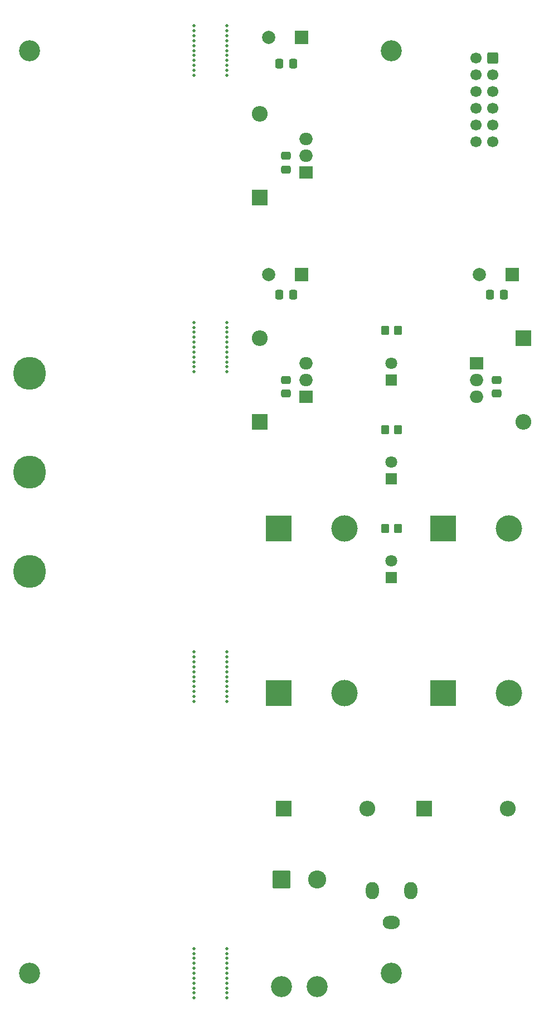
<source format=gts>
G04 #@! TF.GenerationSoftware,KiCad,Pcbnew,(6.0.0)*
G04 #@! TF.CreationDate,2022-01-28T15:40:09+10:00*
G04 #@! TF.ProjectId,PowerSupply,506f7765-7253-4757-9070-6c792e6b6963,rev?*
G04 #@! TF.SameCoordinates,Original*
G04 #@! TF.FileFunction,Soldermask,Top*
G04 #@! TF.FilePolarity,Negative*
%FSLAX46Y46*%
G04 Gerber Fmt 4.6, Leading zero omitted, Abs format (unit mm)*
G04 Created by KiCad (PCBNEW (6.0.0)) date 2022-01-28 15:40:09*
%MOMM*%
%LPD*%
G01*
G04 APERTURE LIST*
G04 Aperture macros list*
%AMRoundRect*
0 Rectangle with rounded corners*
0 $1 Rounding radius*
0 $2 $3 $4 $5 $6 $7 $8 $9 X,Y pos of 4 corners*
0 Add a 4 corners polygon primitive as box body*
4,1,4,$2,$3,$4,$5,$6,$7,$8,$9,$2,$3,0*
0 Add four circle primitives for the rounded corners*
1,1,$1+$1,$2,$3*
1,1,$1+$1,$4,$5*
1,1,$1+$1,$6,$7*
1,1,$1+$1,$8,$9*
0 Add four rect primitives between the rounded corners*
20,1,$1+$1,$2,$3,$4,$5,0*
20,1,$1+$1,$4,$5,$6,$7,0*
20,1,$1+$1,$6,$7,$8,$9,0*
20,1,$1+$1,$8,$9,$2,$3,0*%
G04 Aperture macros list end*
%ADD10R,1.800000X1.800000*%
%ADD11C,1.800000*%
%ADD12RoundRect,0.250000X0.475000X-0.337500X0.475000X0.337500X-0.475000X0.337500X-0.475000X-0.337500X0*%
%ADD13C,3.200000*%
%ADD14RoundRect,0.250000X-0.350000X-0.450000X0.350000X-0.450000X0.350000X0.450000X-0.350000X0.450000X0*%
%ADD15R,2.000000X1.905000*%
%ADD16O,2.000000X1.905000*%
%ADD17C,0.500000*%
%ADD18RoundRect,0.250000X-0.337500X-0.475000X0.337500X-0.475000X0.337500X0.475000X-0.337500X0.475000X0*%
%ADD19R,2.400000X2.400000*%
%ADD20O,2.400000X2.400000*%
%ADD21C,5.000000*%
%ADD22R,2.000000X2.000000*%
%ADD23C,2.000000*%
%ADD24RoundRect,0.250000X0.337500X0.475000X-0.337500X0.475000X-0.337500X-0.475000X0.337500X-0.475000X0*%
%ADD25RoundRect,0.250000X0.350000X0.450000X-0.350000X0.450000X-0.350000X-0.450000X0.350000X-0.450000X0*%
%ADD26RoundRect,0.250000X-1.125000X-1.125000X1.125000X-1.125000X1.125000X1.125000X-1.125000X1.125000X0*%
%ADD27C,2.750000*%
%ADD28C,1.700000*%
%ADD29RoundRect,0.250000X0.600000X0.600000X-0.600000X0.600000X-0.600000X-0.600000X0.600000X-0.600000X0*%
%ADD30R,4.000000X4.000000*%
%ADD31C,4.000000*%
%ADD32O,2.000000X2.600000*%
%ADD33O,2.600000X2.000000*%
G04 APERTURE END LIST*
D10*
X165000000Y-135000000D03*
D11*
X165000000Y-132460000D03*
D12*
X149000000Y-88037500D03*
X149000000Y-85962500D03*
D13*
X165000000Y-70000000D03*
D14*
X166000000Y-112500000D03*
X164000000Y-112500000D03*
D15*
X177945000Y-117460000D03*
D16*
X177945000Y-120000000D03*
X177945000Y-122540000D03*
D17*
X140000000Y-72250000D03*
X135000000Y-66250000D03*
X140000000Y-70750000D03*
X135000000Y-68500000D03*
X140000000Y-69250000D03*
X140000000Y-73750000D03*
X140000000Y-71500000D03*
X135000000Y-70750000D03*
X140000000Y-67000000D03*
X135000000Y-72250000D03*
X135000000Y-73000000D03*
X135000000Y-70000000D03*
X135000000Y-73000000D03*
X140000000Y-73000000D03*
X135000000Y-67750000D03*
X140000000Y-67750000D03*
X135000000Y-69250000D03*
X140000000Y-66250000D03*
X140000000Y-73000000D03*
X135000000Y-71500000D03*
X135000000Y-73750000D03*
X140000000Y-70000000D03*
X135000000Y-67000000D03*
X140000000Y-68500000D03*
D18*
X182037500Y-107000000D03*
X179962500Y-107000000D03*
D13*
X165000000Y-210000000D03*
D12*
X181000000Y-119962500D03*
X181000000Y-122037500D03*
D19*
X148650000Y-185000000D03*
D20*
X161350000Y-185000000D03*
D21*
X110000000Y-134000000D03*
D22*
X183367677Y-104000000D03*
D23*
X178367677Y-104000000D03*
D19*
X170000000Y-185000000D03*
D20*
X182700000Y-185000000D03*
D17*
X140000000Y-165750000D03*
X135000000Y-168750000D03*
X140000000Y-165000000D03*
X140000000Y-161250000D03*
X140000000Y-168750000D03*
X140000000Y-168000000D03*
X140000000Y-167250000D03*
X135000000Y-163500000D03*
X135000000Y-161250000D03*
X135000000Y-165000000D03*
X135000000Y-168000000D03*
X135000000Y-166500000D03*
X135000000Y-168000000D03*
X135000000Y-167250000D03*
X140000000Y-164250000D03*
X140000000Y-163500000D03*
X135000000Y-164250000D03*
X135000000Y-162000000D03*
X135000000Y-162750000D03*
X140000000Y-162000000D03*
X140000000Y-168000000D03*
X135000000Y-165750000D03*
X140000000Y-166500000D03*
X140000000Y-162750000D03*
X140000000Y-208500000D03*
X135000000Y-213000000D03*
X140000000Y-210000000D03*
X140000000Y-213000000D03*
X140000000Y-213000000D03*
X135000000Y-206250000D03*
X140000000Y-206250000D03*
X140000000Y-207000000D03*
X140000000Y-211500000D03*
X135000000Y-209250000D03*
X135000000Y-213000000D03*
X140000000Y-207750000D03*
X140000000Y-212250000D03*
X140000000Y-213750000D03*
X135000000Y-213750000D03*
X135000000Y-212250000D03*
X140000000Y-209250000D03*
X135000000Y-208500000D03*
X135000000Y-210750000D03*
X135000000Y-210000000D03*
X140000000Y-210750000D03*
X135000000Y-211500000D03*
X135000000Y-207750000D03*
X135000000Y-207000000D03*
D20*
X185000000Y-126350000D03*
D19*
X185000000Y-113650000D03*
D12*
X149000000Y-122037500D03*
X149000000Y-119962500D03*
D24*
X150037500Y-107000000D03*
X147962500Y-107000000D03*
D10*
X165000000Y-120000000D03*
D11*
X165000000Y-117460000D03*
D14*
X164000000Y-127500000D03*
X166000000Y-127500000D03*
D23*
X146367677Y-104000000D03*
D22*
X151367677Y-104000000D03*
D21*
X110000000Y-149000000D03*
D13*
X110000000Y-70000000D03*
D21*
X110000000Y-119000000D03*
D10*
X165000000Y-150000000D03*
D11*
X165000000Y-147460000D03*
D17*
X135000000Y-117250000D03*
X135000000Y-118750000D03*
X135000000Y-113500000D03*
X140000000Y-115000000D03*
X140000000Y-113500000D03*
X135000000Y-115000000D03*
X135000000Y-118000000D03*
X135000000Y-111250000D03*
X135000000Y-118000000D03*
X135000000Y-116500000D03*
X135000000Y-112750000D03*
X140000000Y-117250000D03*
X135000000Y-112000000D03*
X140000000Y-118000000D03*
X140000000Y-112750000D03*
X140000000Y-112000000D03*
X140000000Y-114250000D03*
X140000000Y-116500000D03*
X140000000Y-111250000D03*
X140000000Y-115750000D03*
X135000000Y-115750000D03*
X140000000Y-118750000D03*
X140000000Y-118000000D03*
X135000000Y-114250000D03*
D22*
X151367677Y-68000000D03*
D23*
X146367677Y-68000000D03*
D25*
X164000000Y-142500000D03*
X166000000Y-142500000D03*
D13*
X110000000Y-210000000D03*
X153700000Y-211990000D03*
X148300000Y-211990000D03*
D26*
X148300000Y-195790000D03*
D27*
X153700000Y-195790000D03*
D18*
X147962500Y-72000000D03*
X150037500Y-72000000D03*
D19*
X145000000Y-92350000D03*
D20*
X145000000Y-79650000D03*
D28*
X177860000Y-83850000D03*
X180400000Y-83850000D03*
X177860000Y-81310000D03*
X180400000Y-81310000D03*
X177860000Y-78770000D03*
X180400000Y-78770000D03*
X177860000Y-76230000D03*
X180400000Y-76230000D03*
X177860000Y-73690000D03*
X180400000Y-73690000D03*
X177860000Y-71150000D03*
D29*
X180400000Y-71150000D03*
D30*
X172842168Y-167500000D03*
D31*
X182842168Y-167500000D03*
D19*
X145000000Y-126350000D03*
D20*
X145000000Y-113650000D03*
D30*
X147842169Y-167500000D03*
D31*
X157842169Y-167500000D03*
D30*
X147842168Y-142500000D03*
D31*
X157842168Y-142500000D03*
D32*
X162100000Y-197500000D03*
D33*
X165000000Y-202300000D03*
D32*
X167900000Y-197500000D03*
D15*
X152055000Y-122540000D03*
D16*
X152055000Y-120000000D03*
X152055000Y-117460000D03*
D30*
X172842168Y-142500000D03*
D31*
X182842168Y-142500000D03*
D15*
X152055000Y-88540000D03*
D16*
X152055000Y-86000000D03*
X152055000Y-83460000D03*
M02*

</source>
